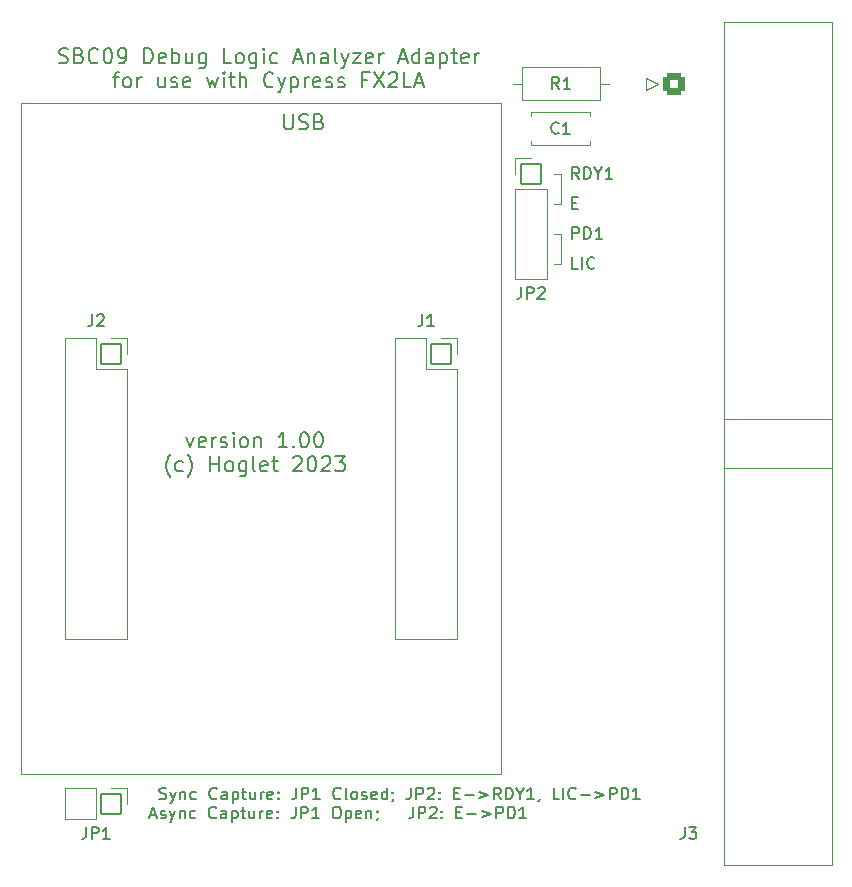
<source format=gto>
G04 #@! TF.GenerationSoftware,KiCad,Pcbnew,6.0.4-6f826c9f35~116~ubuntu18.04.1*
G04 #@! TF.CreationDate,2023-06-15T12:53:14+01:00*
G04 #@! TF.ProjectId,sbc09_debugger,73626330-395f-4646-9562-75676765722e,rev?*
G04 #@! TF.SameCoordinates,Original*
G04 #@! TF.FileFunction,Legend,Top*
G04 #@! TF.FilePolarity,Positive*
%FSLAX46Y46*%
G04 Gerber Fmt 4.6, Leading zero omitted, Abs format (unit mm)*
G04 Created by KiCad (PCBNEW 6.0.4-6f826c9f35~116~ubuntu18.04.1) date 2023-06-15 12:53:14*
%MOMM*%
%LPD*%
G01*
G04 APERTURE LIST*
G04 Aperture macros list*
%AMRoundRect*
0 Rectangle with rounded corners*
0 $1 Rounding radius*
0 $2 $3 $4 $5 $6 $7 $8 $9 X,Y pos of 4 corners*
0 Add a 4 corners polygon primitive as box body*
4,1,4,$2,$3,$4,$5,$6,$7,$8,$9,$2,$3,0*
0 Add four circle primitives for the rounded corners*
1,1,$1+$1,$2,$3*
1,1,$1+$1,$4,$5*
1,1,$1+$1,$6,$7*
1,1,$1+$1,$8,$9*
0 Add four rect primitives between the rounded corners*
20,1,$1+$1,$2,$3,$4,$5,0*
20,1,$1+$1,$4,$5,$6,$7,0*
20,1,$1+$1,$6,$7,$8,$9,0*
20,1,$1+$1,$8,$9,$2,$3,0*%
G04 Aperture macros list end*
%ADD10C,0.120000*%
%ADD11C,0.150000*%
%ADD12RoundRect,0.050800X-0.850000X-0.850000X0.850000X-0.850000X0.850000X0.850000X-0.850000X0.850000X0*%
%ADD13O,1.801600X1.801600*%
%ADD14RoundRect,0.050800X-0.850000X0.850000X-0.850000X-0.850000X0.850000X-0.850000X0.850000X0.850000X0*%
%ADD15C,1.701600*%
%ADD16RoundRect,0.300800X-0.600000X-0.600000X0.600000X-0.600000X0.600000X0.600000X-0.600000X0.600000X0*%
%ADD17C,1.801600*%
%ADD18O,1.701600X1.701600*%
G04 APERTURE END LIST*
D10*
X172720000Y-81280000D02*
X172085000Y-81280000D01*
X172720000Y-78740000D02*
X172720000Y-81280000D01*
X172720000Y-83820000D02*
X172720000Y-86360000D01*
X172720000Y-86360000D02*
X172085000Y-86360000D01*
X172085000Y-83820000D02*
X172720000Y-83820000D01*
X172085000Y-78740000D02*
X172720000Y-78740000D01*
X127000000Y-129540000D02*
X167640000Y-129540000D01*
X167640000Y-129540000D02*
X167640000Y-72771000D01*
X167640000Y-72771000D02*
X127000000Y-72771000D01*
X127000000Y-72771000D02*
X127000000Y-129540000D01*
D11*
X174166785Y-86812380D02*
X173690595Y-86812380D01*
X173690595Y-85812380D01*
X174500119Y-86812380D02*
X174500119Y-85812380D01*
X175547738Y-86717142D02*
X175500119Y-86764761D01*
X175357261Y-86812380D01*
X175262023Y-86812380D01*
X175119166Y-86764761D01*
X175023928Y-86669523D01*
X174976309Y-86574285D01*
X174928690Y-86383809D01*
X174928690Y-86240952D01*
X174976309Y-86050476D01*
X175023928Y-85955238D01*
X175119166Y-85860000D01*
X175262023Y-85812380D01*
X175357261Y-85812380D01*
X175500119Y-85860000D01*
X175547738Y-85907619D01*
X173690595Y-81208571D02*
X174023928Y-81208571D01*
X174166785Y-81732380D02*
X173690595Y-81732380D01*
X173690595Y-80732380D01*
X174166785Y-80732380D01*
X141006285Y-101067507D02*
X141308666Y-101914173D01*
X141611047Y-101067507D01*
X142578666Y-101853697D02*
X142457714Y-101914173D01*
X142215809Y-101914173D01*
X142094857Y-101853697D01*
X142034380Y-101732745D01*
X142034380Y-101248935D01*
X142094857Y-101127983D01*
X142215809Y-101067507D01*
X142457714Y-101067507D01*
X142578666Y-101127983D01*
X142639142Y-101248935D01*
X142639142Y-101369888D01*
X142034380Y-101490840D01*
X143183428Y-101914173D02*
X143183428Y-101067507D01*
X143183428Y-101309411D02*
X143243904Y-101188459D01*
X143304380Y-101127983D01*
X143425333Y-101067507D01*
X143546285Y-101067507D01*
X143909142Y-101853697D02*
X144030095Y-101914173D01*
X144272000Y-101914173D01*
X144392952Y-101853697D01*
X144453428Y-101732745D01*
X144453428Y-101672269D01*
X144392952Y-101551316D01*
X144272000Y-101490840D01*
X144090571Y-101490840D01*
X143969619Y-101430364D01*
X143909142Y-101309411D01*
X143909142Y-101248935D01*
X143969619Y-101127983D01*
X144090571Y-101067507D01*
X144272000Y-101067507D01*
X144392952Y-101127983D01*
X144997714Y-101914173D02*
X144997714Y-101067507D01*
X144997714Y-100644173D02*
X144937238Y-100704650D01*
X144997714Y-100765126D01*
X145058190Y-100704650D01*
X144997714Y-100644173D01*
X144997714Y-100765126D01*
X145783904Y-101914173D02*
X145662952Y-101853697D01*
X145602476Y-101793221D01*
X145542000Y-101672269D01*
X145542000Y-101309411D01*
X145602476Y-101188459D01*
X145662952Y-101127983D01*
X145783904Y-101067507D01*
X145965333Y-101067507D01*
X146086285Y-101127983D01*
X146146761Y-101188459D01*
X146207238Y-101309411D01*
X146207238Y-101672269D01*
X146146761Y-101793221D01*
X146086285Y-101853697D01*
X145965333Y-101914173D01*
X145783904Y-101914173D01*
X146751523Y-101067507D02*
X146751523Y-101914173D01*
X146751523Y-101188459D02*
X146812000Y-101127983D01*
X146932952Y-101067507D01*
X147114380Y-101067507D01*
X147235333Y-101127983D01*
X147295809Y-101248935D01*
X147295809Y-101914173D01*
X149533428Y-101914173D02*
X148807714Y-101914173D01*
X149170571Y-101914173D02*
X149170571Y-100644173D01*
X149049619Y-100825602D01*
X148928666Y-100946554D01*
X148807714Y-101007030D01*
X150077714Y-101793221D02*
X150138190Y-101853697D01*
X150077714Y-101914173D01*
X150017238Y-101853697D01*
X150077714Y-101793221D01*
X150077714Y-101914173D01*
X150924380Y-100644173D02*
X151045333Y-100644173D01*
X151166285Y-100704650D01*
X151226761Y-100765126D01*
X151287238Y-100886078D01*
X151347714Y-101127983D01*
X151347714Y-101430364D01*
X151287238Y-101672269D01*
X151226761Y-101793221D01*
X151166285Y-101853697D01*
X151045333Y-101914173D01*
X150924380Y-101914173D01*
X150803428Y-101853697D01*
X150742952Y-101793221D01*
X150682476Y-101672269D01*
X150622000Y-101430364D01*
X150622000Y-101127983D01*
X150682476Y-100886078D01*
X150742952Y-100765126D01*
X150803428Y-100704650D01*
X150924380Y-100644173D01*
X152133904Y-100644173D02*
X152254857Y-100644173D01*
X152375809Y-100704650D01*
X152436285Y-100765126D01*
X152496761Y-100886078D01*
X152557238Y-101127983D01*
X152557238Y-101430364D01*
X152496761Y-101672269D01*
X152436285Y-101793221D01*
X152375809Y-101853697D01*
X152254857Y-101914173D01*
X152133904Y-101914173D01*
X152012952Y-101853697D01*
X151952476Y-101793221D01*
X151892000Y-101672269D01*
X151831523Y-101430364D01*
X151831523Y-101127983D01*
X151892000Y-100886078D01*
X151952476Y-100765126D01*
X152012952Y-100704650D01*
X152133904Y-100644173D01*
X139645571Y-104442683D02*
X139585095Y-104382207D01*
X139464142Y-104200778D01*
X139403666Y-104079826D01*
X139343190Y-103898397D01*
X139282714Y-103596016D01*
X139282714Y-103354111D01*
X139343190Y-103051730D01*
X139403666Y-102870302D01*
X139464142Y-102749350D01*
X139585095Y-102567921D01*
X139645571Y-102507445D01*
X140673666Y-103898397D02*
X140552714Y-103958873D01*
X140310809Y-103958873D01*
X140189857Y-103898397D01*
X140129380Y-103837921D01*
X140068904Y-103716969D01*
X140068904Y-103354111D01*
X140129380Y-103233159D01*
X140189857Y-103172683D01*
X140310809Y-103112207D01*
X140552714Y-103112207D01*
X140673666Y-103172683D01*
X141097000Y-104442683D02*
X141157476Y-104382207D01*
X141278428Y-104200778D01*
X141338904Y-104079826D01*
X141399380Y-103898397D01*
X141459857Y-103596016D01*
X141459857Y-103354111D01*
X141399380Y-103051730D01*
X141338904Y-102870302D01*
X141278428Y-102749350D01*
X141157476Y-102567921D01*
X141097000Y-102507445D01*
X143032238Y-103958873D02*
X143032238Y-102688873D01*
X143032238Y-103293635D02*
X143757952Y-103293635D01*
X143757952Y-103958873D02*
X143757952Y-102688873D01*
X144544142Y-103958873D02*
X144423190Y-103898397D01*
X144362714Y-103837921D01*
X144302238Y-103716969D01*
X144302238Y-103354111D01*
X144362714Y-103233159D01*
X144423190Y-103172683D01*
X144544142Y-103112207D01*
X144725571Y-103112207D01*
X144846523Y-103172683D01*
X144907000Y-103233159D01*
X144967476Y-103354111D01*
X144967476Y-103716969D01*
X144907000Y-103837921D01*
X144846523Y-103898397D01*
X144725571Y-103958873D01*
X144544142Y-103958873D01*
X146056047Y-103112207D02*
X146056047Y-104140302D01*
X145995571Y-104261254D01*
X145935095Y-104321730D01*
X145814142Y-104382207D01*
X145632714Y-104382207D01*
X145511761Y-104321730D01*
X146056047Y-103898397D02*
X145935095Y-103958873D01*
X145693190Y-103958873D01*
X145572238Y-103898397D01*
X145511761Y-103837921D01*
X145451285Y-103716969D01*
X145451285Y-103354111D01*
X145511761Y-103233159D01*
X145572238Y-103172683D01*
X145693190Y-103112207D01*
X145935095Y-103112207D01*
X146056047Y-103172683D01*
X146842238Y-103958873D02*
X146721285Y-103898397D01*
X146660809Y-103777445D01*
X146660809Y-102688873D01*
X147809857Y-103898397D02*
X147688904Y-103958873D01*
X147447000Y-103958873D01*
X147326047Y-103898397D01*
X147265571Y-103777445D01*
X147265571Y-103293635D01*
X147326047Y-103172683D01*
X147447000Y-103112207D01*
X147688904Y-103112207D01*
X147809857Y-103172683D01*
X147870333Y-103293635D01*
X147870333Y-103414588D01*
X147265571Y-103535540D01*
X148233190Y-103112207D02*
X148717000Y-103112207D01*
X148414619Y-102688873D02*
X148414619Y-103777445D01*
X148475095Y-103898397D01*
X148596047Y-103958873D01*
X148717000Y-103958873D01*
X150047476Y-102809826D02*
X150107952Y-102749350D01*
X150228904Y-102688873D01*
X150531285Y-102688873D01*
X150652238Y-102749350D01*
X150712714Y-102809826D01*
X150773190Y-102930778D01*
X150773190Y-103051730D01*
X150712714Y-103233159D01*
X149987000Y-103958873D01*
X150773190Y-103958873D01*
X151559380Y-102688873D02*
X151680333Y-102688873D01*
X151801285Y-102749350D01*
X151861761Y-102809826D01*
X151922238Y-102930778D01*
X151982714Y-103172683D01*
X151982714Y-103475064D01*
X151922238Y-103716969D01*
X151861761Y-103837921D01*
X151801285Y-103898397D01*
X151680333Y-103958873D01*
X151559380Y-103958873D01*
X151438428Y-103898397D01*
X151377952Y-103837921D01*
X151317476Y-103716969D01*
X151257000Y-103475064D01*
X151257000Y-103172683D01*
X151317476Y-102930778D01*
X151377952Y-102809826D01*
X151438428Y-102749350D01*
X151559380Y-102688873D01*
X152466523Y-102809826D02*
X152527000Y-102749350D01*
X152647952Y-102688873D01*
X152950333Y-102688873D01*
X153071285Y-102749350D01*
X153131761Y-102809826D01*
X153192238Y-102930778D01*
X153192238Y-103051730D01*
X153131761Y-103233159D01*
X152406047Y-103958873D01*
X153192238Y-103958873D01*
X153615571Y-102688873D02*
X154401761Y-102688873D01*
X153978428Y-103172683D01*
X154159857Y-103172683D01*
X154280809Y-103233159D01*
X154341285Y-103293635D01*
X154401761Y-103414588D01*
X154401761Y-103716969D01*
X154341285Y-103837921D01*
X154280809Y-103898397D01*
X154159857Y-103958873D01*
X153797000Y-103958873D01*
X153676047Y-103898397D01*
X153615571Y-103837921D01*
X174262023Y-79192380D02*
X173928690Y-78716190D01*
X173690595Y-79192380D02*
X173690595Y-78192380D01*
X174071547Y-78192380D01*
X174166785Y-78240000D01*
X174214404Y-78287619D01*
X174262023Y-78382857D01*
X174262023Y-78525714D01*
X174214404Y-78620952D01*
X174166785Y-78668571D01*
X174071547Y-78716190D01*
X173690595Y-78716190D01*
X174690595Y-79192380D02*
X174690595Y-78192380D01*
X174928690Y-78192380D01*
X175071547Y-78240000D01*
X175166785Y-78335238D01*
X175214404Y-78430476D01*
X175262023Y-78620952D01*
X175262023Y-78763809D01*
X175214404Y-78954285D01*
X175166785Y-79049523D01*
X175071547Y-79144761D01*
X174928690Y-79192380D01*
X174690595Y-79192380D01*
X175881071Y-78716190D02*
X175881071Y-79192380D01*
X175547738Y-78192380D02*
X175881071Y-78716190D01*
X176214404Y-78192380D01*
X177071547Y-79192380D02*
X176500119Y-79192380D01*
X176785833Y-79192380D02*
X176785833Y-78192380D01*
X176690595Y-78335238D01*
X176595357Y-78430476D01*
X176500119Y-78478095D01*
X138717880Y-131679761D02*
X138860738Y-131727380D01*
X139098833Y-131727380D01*
X139194071Y-131679761D01*
X139241690Y-131632142D01*
X139289309Y-131536904D01*
X139289309Y-131441666D01*
X139241690Y-131346428D01*
X139194071Y-131298809D01*
X139098833Y-131251190D01*
X138908357Y-131203571D01*
X138813119Y-131155952D01*
X138765500Y-131108333D01*
X138717880Y-131013095D01*
X138717880Y-130917857D01*
X138765500Y-130822619D01*
X138813119Y-130775000D01*
X138908357Y-130727380D01*
X139146452Y-130727380D01*
X139289309Y-130775000D01*
X139622642Y-131060714D02*
X139860738Y-131727380D01*
X140098833Y-131060714D02*
X139860738Y-131727380D01*
X139765500Y-131965476D01*
X139717880Y-132013095D01*
X139622642Y-132060714D01*
X140479785Y-131060714D02*
X140479785Y-131727380D01*
X140479785Y-131155952D02*
X140527404Y-131108333D01*
X140622642Y-131060714D01*
X140765500Y-131060714D01*
X140860738Y-131108333D01*
X140908357Y-131203571D01*
X140908357Y-131727380D01*
X141813119Y-131679761D02*
X141717880Y-131727380D01*
X141527404Y-131727380D01*
X141432166Y-131679761D01*
X141384547Y-131632142D01*
X141336928Y-131536904D01*
X141336928Y-131251190D01*
X141384547Y-131155952D01*
X141432166Y-131108333D01*
X141527404Y-131060714D01*
X141717880Y-131060714D01*
X141813119Y-131108333D01*
X143575023Y-131632142D02*
X143527404Y-131679761D01*
X143384547Y-131727380D01*
X143289309Y-131727380D01*
X143146452Y-131679761D01*
X143051214Y-131584523D01*
X143003595Y-131489285D01*
X142955976Y-131298809D01*
X142955976Y-131155952D01*
X143003595Y-130965476D01*
X143051214Y-130870238D01*
X143146452Y-130775000D01*
X143289309Y-130727380D01*
X143384547Y-130727380D01*
X143527404Y-130775000D01*
X143575023Y-130822619D01*
X144432166Y-131727380D02*
X144432166Y-131203571D01*
X144384547Y-131108333D01*
X144289309Y-131060714D01*
X144098833Y-131060714D01*
X144003595Y-131108333D01*
X144432166Y-131679761D02*
X144336928Y-131727380D01*
X144098833Y-131727380D01*
X144003595Y-131679761D01*
X143955976Y-131584523D01*
X143955976Y-131489285D01*
X144003595Y-131394047D01*
X144098833Y-131346428D01*
X144336928Y-131346428D01*
X144432166Y-131298809D01*
X144908357Y-131060714D02*
X144908357Y-132060714D01*
X144908357Y-131108333D02*
X145003595Y-131060714D01*
X145194071Y-131060714D01*
X145289309Y-131108333D01*
X145336928Y-131155952D01*
X145384547Y-131251190D01*
X145384547Y-131536904D01*
X145336928Y-131632142D01*
X145289309Y-131679761D01*
X145194071Y-131727380D01*
X145003595Y-131727380D01*
X144908357Y-131679761D01*
X145670261Y-131060714D02*
X146051214Y-131060714D01*
X145813119Y-130727380D02*
X145813119Y-131584523D01*
X145860738Y-131679761D01*
X145955976Y-131727380D01*
X146051214Y-131727380D01*
X146813119Y-131060714D02*
X146813119Y-131727380D01*
X146384547Y-131060714D02*
X146384547Y-131584523D01*
X146432166Y-131679761D01*
X146527404Y-131727380D01*
X146670261Y-131727380D01*
X146765500Y-131679761D01*
X146813119Y-131632142D01*
X147289309Y-131727380D02*
X147289309Y-131060714D01*
X147289309Y-131251190D02*
X147336928Y-131155952D01*
X147384547Y-131108333D01*
X147479785Y-131060714D01*
X147575023Y-131060714D01*
X148289309Y-131679761D02*
X148194071Y-131727380D01*
X148003595Y-131727380D01*
X147908357Y-131679761D01*
X147860738Y-131584523D01*
X147860738Y-131203571D01*
X147908357Y-131108333D01*
X148003595Y-131060714D01*
X148194071Y-131060714D01*
X148289309Y-131108333D01*
X148336928Y-131203571D01*
X148336928Y-131298809D01*
X147860738Y-131394047D01*
X148765500Y-131632142D02*
X148813119Y-131679761D01*
X148765500Y-131727380D01*
X148717880Y-131679761D01*
X148765500Y-131632142D01*
X148765500Y-131727380D01*
X148765500Y-131108333D02*
X148813119Y-131155952D01*
X148765500Y-131203571D01*
X148717880Y-131155952D01*
X148765500Y-131108333D01*
X148765500Y-131203571D01*
X150289309Y-130727380D02*
X150289309Y-131441666D01*
X150241690Y-131584523D01*
X150146452Y-131679761D01*
X150003595Y-131727380D01*
X149908357Y-131727380D01*
X150765500Y-131727380D02*
X150765500Y-130727380D01*
X151146452Y-130727380D01*
X151241690Y-130775000D01*
X151289309Y-130822619D01*
X151336928Y-130917857D01*
X151336928Y-131060714D01*
X151289309Y-131155952D01*
X151241690Y-131203571D01*
X151146452Y-131251190D01*
X150765500Y-131251190D01*
X152289309Y-131727380D02*
X151717880Y-131727380D01*
X152003595Y-131727380D02*
X152003595Y-130727380D01*
X151908357Y-130870238D01*
X151813119Y-130965476D01*
X151717880Y-131013095D01*
X154051214Y-131632142D02*
X154003595Y-131679761D01*
X153860738Y-131727380D01*
X153765500Y-131727380D01*
X153622642Y-131679761D01*
X153527404Y-131584523D01*
X153479785Y-131489285D01*
X153432166Y-131298809D01*
X153432166Y-131155952D01*
X153479785Y-130965476D01*
X153527404Y-130870238D01*
X153622642Y-130775000D01*
X153765500Y-130727380D01*
X153860738Y-130727380D01*
X154003595Y-130775000D01*
X154051214Y-130822619D01*
X154622642Y-131727380D02*
X154527404Y-131679761D01*
X154479785Y-131584523D01*
X154479785Y-130727380D01*
X155146452Y-131727380D02*
X155051214Y-131679761D01*
X155003595Y-131632142D01*
X154955976Y-131536904D01*
X154955976Y-131251190D01*
X155003595Y-131155952D01*
X155051214Y-131108333D01*
X155146452Y-131060714D01*
X155289309Y-131060714D01*
X155384547Y-131108333D01*
X155432166Y-131155952D01*
X155479785Y-131251190D01*
X155479785Y-131536904D01*
X155432166Y-131632142D01*
X155384547Y-131679761D01*
X155289309Y-131727380D01*
X155146452Y-131727380D01*
X155860738Y-131679761D02*
X155955976Y-131727380D01*
X156146452Y-131727380D01*
X156241690Y-131679761D01*
X156289309Y-131584523D01*
X156289309Y-131536904D01*
X156241690Y-131441666D01*
X156146452Y-131394047D01*
X156003595Y-131394047D01*
X155908357Y-131346428D01*
X155860738Y-131251190D01*
X155860738Y-131203571D01*
X155908357Y-131108333D01*
X156003595Y-131060714D01*
X156146452Y-131060714D01*
X156241690Y-131108333D01*
X157098833Y-131679761D02*
X157003595Y-131727380D01*
X156813119Y-131727380D01*
X156717880Y-131679761D01*
X156670261Y-131584523D01*
X156670261Y-131203571D01*
X156717880Y-131108333D01*
X156813119Y-131060714D01*
X157003595Y-131060714D01*
X157098833Y-131108333D01*
X157146452Y-131203571D01*
X157146452Y-131298809D01*
X156670261Y-131394047D01*
X158003595Y-131727380D02*
X158003595Y-130727380D01*
X158003595Y-131679761D02*
X157908357Y-131727380D01*
X157717880Y-131727380D01*
X157622642Y-131679761D01*
X157575023Y-131632142D01*
X157527404Y-131536904D01*
X157527404Y-131251190D01*
X157575023Y-131155952D01*
X157622642Y-131108333D01*
X157717880Y-131060714D01*
X157908357Y-131060714D01*
X158003595Y-131108333D01*
X158527404Y-131679761D02*
X158527404Y-131727380D01*
X158479785Y-131822619D01*
X158432166Y-131870238D01*
X158479785Y-131108333D02*
X158527404Y-131155952D01*
X158479785Y-131203571D01*
X158432166Y-131155952D01*
X158479785Y-131108333D01*
X158479785Y-131203571D01*
X160003595Y-130727380D02*
X160003595Y-131441666D01*
X159955976Y-131584523D01*
X159860738Y-131679761D01*
X159717880Y-131727380D01*
X159622642Y-131727380D01*
X160479785Y-131727380D02*
X160479785Y-130727380D01*
X160860738Y-130727380D01*
X160955976Y-130775000D01*
X161003595Y-130822619D01*
X161051214Y-130917857D01*
X161051214Y-131060714D01*
X161003595Y-131155952D01*
X160955976Y-131203571D01*
X160860738Y-131251190D01*
X160479785Y-131251190D01*
X161432166Y-130822619D02*
X161479785Y-130775000D01*
X161575023Y-130727380D01*
X161813119Y-130727380D01*
X161908357Y-130775000D01*
X161955976Y-130822619D01*
X162003595Y-130917857D01*
X162003595Y-131013095D01*
X161955976Y-131155952D01*
X161384547Y-131727380D01*
X162003595Y-131727380D01*
X162432166Y-131632142D02*
X162479785Y-131679761D01*
X162432166Y-131727380D01*
X162384547Y-131679761D01*
X162432166Y-131632142D01*
X162432166Y-131727380D01*
X162432166Y-131108333D02*
X162479785Y-131155952D01*
X162432166Y-131203571D01*
X162384547Y-131155952D01*
X162432166Y-131108333D01*
X162432166Y-131203571D01*
X163670261Y-131203571D02*
X164003595Y-131203571D01*
X164146452Y-131727380D02*
X163670261Y-131727380D01*
X163670261Y-130727380D01*
X164146452Y-130727380D01*
X164575023Y-131346428D02*
X165336928Y-131346428D01*
X165813119Y-131060714D02*
X166575023Y-131346428D01*
X165813119Y-131632142D01*
X167622642Y-131727380D02*
X167289309Y-131251190D01*
X167051214Y-131727380D02*
X167051214Y-130727380D01*
X167432166Y-130727380D01*
X167527404Y-130775000D01*
X167575023Y-130822619D01*
X167622642Y-130917857D01*
X167622642Y-131060714D01*
X167575023Y-131155952D01*
X167527404Y-131203571D01*
X167432166Y-131251190D01*
X167051214Y-131251190D01*
X168051214Y-131727380D02*
X168051214Y-130727380D01*
X168289309Y-130727380D01*
X168432166Y-130775000D01*
X168527404Y-130870238D01*
X168575023Y-130965476D01*
X168622642Y-131155952D01*
X168622642Y-131298809D01*
X168575023Y-131489285D01*
X168527404Y-131584523D01*
X168432166Y-131679761D01*
X168289309Y-131727380D01*
X168051214Y-131727380D01*
X169241690Y-131251190D02*
X169241690Y-131727380D01*
X168908357Y-130727380D02*
X169241690Y-131251190D01*
X169575023Y-130727380D01*
X170432166Y-131727380D02*
X169860738Y-131727380D01*
X170146452Y-131727380D02*
X170146452Y-130727380D01*
X170051214Y-130870238D01*
X169955976Y-130965476D01*
X169860738Y-131013095D01*
X170908357Y-131679761D02*
X170908357Y-131727380D01*
X170860738Y-131822619D01*
X170813119Y-131870238D01*
X172575023Y-131727380D02*
X172098833Y-131727380D01*
X172098833Y-130727380D01*
X172908357Y-131727380D02*
X172908357Y-130727380D01*
X173955976Y-131632142D02*
X173908357Y-131679761D01*
X173765500Y-131727380D01*
X173670261Y-131727380D01*
X173527404Y-131679761D01*
X173432166Y-131584523D01*
X173384547Y-131489285D01*
X173336928Y-131298809D01*
X173336928Y-131155952D01*
X173384547Y-130965476D01*
X173432166Y-130870238D01*
X173527404Y-130775000D01*
X173670261Y-130727380D01*
X173765500Y-130727380D01*
X173908357Y-130775000D01*
X173955976Y-130822619D01*
X174384547Y-131346428D02*
X175146452Y-131346428D01*
X175622642Y-131060714D02*
X176384547Y-131346428D01*
X175622642Y-131632142D01*
X176860738Y-131727380D02*
X176860738Y-130727380D01*
X177241690Y-130727380D01*
X177336928Y-130775000D01*
X177384547Y-130822619D01*
X177432166Y-130917857D01*
X177432166Y-131060714D01*
X177384547Y-131155952D01*
X177336928Y-131203571D01*
X177241690Y-131251190D01*
X176860738Y-131251190D01*
X177860738Y-131727380D02*
X177860738Y-130727380D01*
X178098833Y-130727380D01*
X178241690Y-130775000D01*
X178336928Y-130870238D01*
X178384547Y-130965476D01*
X178432166Y-131155952D01*
X178432166Y-131298809D01*
X178384547Y-131489285D01*
X178336928Y-131584523D01*
X178241690Y-131679761D01*
X178098833Y-131727380D01*
X177860738Y-131727380D01*
X179384547Y-131727380D02*
X178813119Y-131727380D01*
X179098833Y-131727380D02*
X179098833Y-130727380D01*
X179003595Y-130870238D01*
X178908357Y-130965476D01*
X178813119Y-131013095D01*
X137955976Y-133051666D02*
X138432166Y-133051666D01*
X137860738Y-133337380D02*
X138194071Y-132337380D01*
X138527404Y-133337380D01*
X138813119Y-133289761D02*
X138908357Y-133337380D01*
X139098833Y-133337380D01*
X139194071Y-133289761D01*
X139241690Y-133194523D01*
X139241690Y-133146904D01*
X139194071Y-133051666D01*
X139098833Y-133004047D01*
X138955976Y-133004047D01*
X138860738Y-132956428D01*
X138813119Y-132861190D01*
X138813119Y-132813571D01*
X138860738Y-132718333D01*
X138955976Y-132670714D01*
X139098833Y-132670714D01*
X139194071Y-132718333D01*
X139575023Y-132670714D02*
X139813119Y-133337380D01*
X140051214Y-132670714D02*
X139813119Y-133337380D01*
X139717880Y-133575476D01*
X139670261Y-133623095D01*
X139575023Y-133670714D01*
X140432166Y-132670714D02*
X140432166Y-133337380D01*
X140432166Y-132765952D02*
X140479785Y-132718333D01*
X140575023Y-132670714D01*
X140717880Y-132670714D01*
X140813119Y-132718333D01*
X140860738Y-132813571D01*
X140860738Y-133337380D01*
X141765500Y-133289761D02*
X141670261Y-133337380D01*
X141479785Y-133337380D01*
X141384547Y-133289761D01*
X141336928Y-133242142D01*
X141289309Y-133146904D01*
X141289309Y-132861190D01*
X141336928Y-132765952D01*
X141384547Y-132718333D01*
X141479785Y-132670714D01*
X141670261Y-132670714D01*
X141765500Y-132718333D01*
X143527404Y-133242142D02*
X143479785Y-133289761D01*
X143336928Y-133337380D01*
X143241690Y-133337380D01*
X143098833Y-133289761D01*
X143003595Y-133194523D01*
X142955976Y-133099285D01*
X142908357Y-132908809D01*
X142908357Y-132765952D01*
X142955976Y-132575476D01*
X143003595Y-132480238D01*
X143098833Y-132385000D01*
X143241690Y-132337380D01*
X143336928Y-132337380D01*
X143479785Y-132385000D01*
X143527404Y-132432619D01*
X144384547Y-133337380D02*
X144384547Y-132813571D01*
X144336928Y-132718333D01*
X144241690Y-132670714D01*
X144051214Y-132670714D01*
X143955976Y-132718333D01*
X144384547Y-133289761D02*
X144289309Y-133337380D01*
X144051214Y-133337380D01*
X143955976Y-133289761D01*
X143908357Y-133194523D01*
X143908357Y-133099285D01*
X143955976Y-133004047D01*
X144051214Y-132956428D01*
X144289309Y-132956428D01*
X144384547Y-132908809D01*
X144860738Y-132670714D02*
X144860738Y-133670714D01*
X144860738Y-132718333D02*
X144955976Y-132670714D01*
X145146452Y-132670714D01*
X145241690Y-132718333D01*
X145289309Y-132765952D01*
X145336928Y-132861190D01*
X145336928Y-133146904D01*
X145289309Y-133242142D01*
X145241690Y-133289761D01*
X145146452Y-133337380D01*
X144955976Y-133337380D01*
X144860738Y-133289761D01*
X145622642Y-132670714D02*
X146003595Y-132670714D01*
X145765500Y-132337380D02*
X145765500Y-133194523D01*
X145813119Y-133289761D01*
X145908357Y-133337380D01*
X146003595Y-133337380D01*
X146765500Y-132670714D02*
X146765500Y-133337380D01*
X146336928Y-132670714D02*
X146336928Y-133194523D01*
X146384547Y-133289761D01*
X146479785Y-133337380D01*
X146622642Y-133337380D01*
X146717880Y-133289761D01*
X146765500Y-133242142D01*
X147241690Y-133337380D02*
X147241690Y-132670714D01*
X147241690Y-132861190D02*
X147289309Y-132765952D01*
X147336928Y-132718333D01*
X147432166Y-132670714D01*
X147527404Y-132670714D01*
X148241690Y-133289761D02*
X148146452Y-133337380D01*
X147955976Y-133337380D01*
X147860738Y-133289761D01*
X147813119Y-133194523D01*
X147813119Y-132813571D01*
X147860738Y-132718333D01*
X147955976Y-132670714D01*
X148146452Y-132670714D01*
X148241690Y-132718333D01*
X148289309Y-132813571D01*
X148289309Y-132908809D01*
X147813119Y-133004047D01*
X148717880Y-133242142D02*
X148765500Y-133289761D01*
X148717880Y-133337380D01*
X148670261Y-133289761D01*
X148717880Y-133242142D01*
X148717880Y-133337380D01*
X148717880Y-132718333D02*
X148765500Y-132765952D01*
X148717880Y-132813571D01*
X148670261Y-132765952D01*
X148717880Y-132718333D01*
X148717880Y-132813571D01*
X150241690Y-132337380D02*
X150241690Y-133051666D01*
X150194071Y-133194523D01*
X150098833Y-133289761D01*
X149955976Y-133337380D01*
X149860738Y-133337380D01*
X150717880Y-133337380D02*
X150717880Y-132337380D01*
X151098833Y-132337380D01*
X151194071Y-132385000D01*
X151241690Y-132432619D01*
X151289309Y-132527857D01*
X151289309Y-132670714D01*
X151241690Y-132765952D01*
X151194071Y-132813571D01*
X151098833Y-132861190D01*
X150717880Y-132861190D01*
X152241690Y-133337380D02*
X151670261Y-133337380D01*
X151955976Y-133337380D02*
X151955976Y-132337380D01*
X151860738Y-132480238D01*
X151765500Y-132575476D01*
X151670261Y-132623095D01*
X153622642Y-132337380D02*
X153813119Y-132337380D01*
X153908357Y-132385000D01*
X154003595Y-132480238D01*
X154051214Y-132670714D01*
X154051214Y-133004047D01*
X154003595Y-133194523D01*
X153908357Y-133289761D01*
X153813119Y-133337380D01*
X153622642Y-133337380D01*
X153527404Y-133289761D01*
X153432166Y-133194523D01*
X153384547Y-133004047D01*
X153384547Y-132670714D01*
X153432166Y-132480238D01*
X153527404Y-132385000D01*
X153622642Y-132337380D01*
X154479785Y-132670714D02*
X154479785Y-133670714D01*
X154479785Y-132718333D02*
X154575023Y-132670714D01*
X154765500Y-132670714D01*
X154860738Y-132718333D01*
X154908357Y-132765952D01*
X154955976Y-132861190D01*
X154955976Y-133146904D01*
X154908357Y-133242142D01*
X154860738Y-133289761D01*
X154765500Y-133337380D01*
X154575023Y-133337380D01*
X154479785Y-133289761D01*
X155765500Y-133289761D02*
X155670261Y-133337380D01*
X155479785Y-133337380D01*
X155384547Y-133289761D01*
X155336928Y-133194523D01*
X155336928Y-132813571D01*
X155384547Y-132718333D01*
X155479785Y-132670714D01*
X155670261Y-132670714D01*
X155765500Y-132718333D01*
X155813119Y-132813571D01*
X155813119Y-132908809D01*
X155336928Y-133004047D01*
X156241690Y-132670714D02*
X156241690Y-133337380D01*
X156241690Y-132765952D02*
X156289309Y-132718333D01*
X156384547Y-132670714D01*
X156527404Y-132670714D01*
X156622642Y-132718333D01*
X156670261Y-132813571D01*
X156670261Y-133337380D01*
X157194071Y-133289761D02*
X157194071Y-133337380D01*
X157146452Y-133432619D01*
X157098833Y-133480238D01*
X157146452Y-132718333D02*
X157194071Y-132765952D01*
X157146452Y-132813571D01*
X157098833Y-132765952D01*
X157146452Y-132718333D01*
X157146452Y-132813571D01*
X160194071Y-132337380D02*
X160194071Y-133051666D01*
X160146452Y-133194523D01*
X160051214Y-133289761D01*
X159908357Y-133337380D01*
X159813119Y-133337380D01*
X160670261Y-133337380D02*
X160670261Y-132337380D01*
X161051214Y-132337380D01*
X161146452Y-132385000D01*
X161194071Y-132432619D01*
X161241690Y-132527857D01*
X161241690Y-132670714D01*
X161194071Y-132765952D01*
X161146452Y-132813571D01*
X161051214Y-132861190D01*
X160670261Y-132861190D01*
X161622642Y-132432619D02*
X161670261Y-132385000D01*
X161765500Y-132337380D01*
X162003595Y-132337380D01*
X162098833Y-132385000D01*
X162146452Y-132432619D01*
X162194071Y-132527857D01*
X162194071Y-132623095D01*
X162146452Y-132765952D01*
X161575023Y-133337380D01*
X162194071Y-133337380D01*
X162622642Y-133242142D02*
X162670261Y-133289761D01*
X162622642Y-133337380D01*
X162575023Y-133289761D01*
X162622642Y-133242142D01*
X162622642Y-133337380D01*
X162622642Y-132718333D02*
X162670261Y-132765952D01*
X162622642Y-132813571D01*
X162575023Y-132765952D01*
X162622642Y-132718333D01*
X162622642Y-132813571D01*
X163860738Y-132813571D02*
X164194071Y-132813571D01*
X164336928Y-133337380D02*
X163860738Y-133337380D01*
X163860738Y-132337380D01*
X164336928Y-132337380D01*
X164765500Y-132956428D02*
X165527404Y-132956428D01*
X166003595Y-132670714D02*
X166765500Y-132956428D01*
X166003595Y-133242142D01*
X167241690Y-133337380D02*
X167241690Y-132337380D01*
X167622642Y-132337380D01*
X167717880Y-132385000D01*
X167765500Y-132432619D01*
X167813119Y-132527857D01*
X167813119Y-132670714D01*
X167765500Y-132765952D01*
X167717880Y-132813571D01*
X167622642Y-132861190D01*
X167241690Y-132861190D01*
X168241690Y-133337380D02*
X168241690Y-132337380D01*
X168479785Y-132337380D01*
X168622642Y-132385000D01*
X168717880Y-132480238D01*
X168765500Y-132575476D01*
X168813119Y-132765952D01*
X168813119Y-132908809D01*
X168765500Y-133099285D01*
X168717880Y-133194523D01*
X168622642Y-133289761D01*
X168479785Y-133337380D01*
X168241690Y-133337380D01*
X169765500Y-133337380D02*
X169194071Y-133337380D01*
X169479785Y-133337380D02*
X169479785Y-132337380D01*
X169384547Y-132480238D01*
X169289309Y-132575476D01*
X169194071Y-132623095D01*
X130235476Y-69341697D02*
X130416904Y-69402173D01*
X130719285Y-69402173D01*
X130840238Y-69341697D01*
X130900714Y-69281221D01*
X130961190Y-69160269D01*
X130961190Y-69039316D01*
X130900714Y-68918364D01*
X130840238Y-68857888D01*
X130719285Y-68797411D01*
X130477380Y-68736935D01*
X130356428Y-68676459D01*
X130295952Y-68615983D01*
X130235476Y-68495030D01*
X130235476Y-68374078D01*
X130295952Y-68253126D01*
X130356428Y-68192650D01*
X130477380Y-68132173D01*
X130779761Y-68132173D01*
X130961190Y-68192650D01*
X131928809Y-68736935D02*
X132110238Y-68797411D01*
X132170714Y-68857888D01*
X132231190Y-68978840D01*
X132231190Y-69160269D01*
X132170714Y-69281221D01*
X132110238Y-69341697D01*
X131989285Y-69402173D01*
X131505476Y-69402173D01*
X131505476Y-68132173D01*
X131928809Y-68132173D01*
X132049761Y-68192650D01*
X132110238Y-68253126D01*
X132170714Y-68374078D01*
X132170714Y-68495030D01*
X132110238Y-68615983D01*
X132049761Y-68676459D01*
X131928809Y-68736935D01*
X131505476Y-68736935D01*
X133501190Y-69281221D02*
X133440714Y-69341697D01*
X133259285Y-69402173D01*
X133138333Y-69402173D01*
X132956904Y-69341697D01*
X132835952Y-69220745D01*
X132775476Y-69099792D01*
X132714999Y-68857888D01*
X132714999Y-68676459D01*
X132775476Y-68434554D01*
X132835952Y-68313602D01*
X132956904Y-68192650D01*
X133138333Y-68132173D01*
X133259285Y-68132173D01*
X133440714Y-68192650D01*
X133501190Y-68253126D01*
X134287380Y-68132173D02*
X134408333Y-68132173D01*
X134529285Y-68192650D01*
X134589761Y-68253126D01*
X134650238Y-68374078D01*
X134710714Y-68615983D01*
X134710714Y-68918364D01*
X134650238Y-69160269D01*
X134589761Y-69281221D01*
X134529285Y-69341697D01*
X134408333Y-69402173D01*
X134287380Y-69402173D01*
X134166428Y-69341697D01*
X134105952Y-69281221D01*
X134045476Y-69160269D01*
X133984999Y-68918364D01*
X133984999Y-68615983D01*
X134045476Y-68374078D01*
X134105952Y-68253126D01*
X134166428Y-68192650D01*
X134287380Y-68132173D01*
X135315476Y-69402173D02*
X135557380Y-69402173D01*
X135678333Y-69341697D01*
X135738809Y-69281221D01*
X135859761Y-69099792D01*
X135920238Y-68857888D01*
X135920238Y-68374078D01*
X135859761Y-68253126D01*
X135799285Y-68192650D01*
X135678333Y-68132173D01*
X135436428Y-68132173D01*
X135315476Y-68192650D01*
X135255000Y-68253126D01*
X135194523Y-68374078D01*
X135194523Y-68676459D01*
X135255000Y-68797411D01*
X135315476Y-68857888D01*
X135436428Y-68918364D01*
X135678333Y-68918364D01*
X135799285Y-68857888D01*
X135859761Y-68797411D01*
X135920238Y-68676459D01*
X137432142Y-69402173D02*
X137432142Y-68132173D01*
X137734523Y-68132173D01*
X137915952Y-68192650D01*
X138036904Y-68313602D01*
X138097380Y-68434554D01*
X138157857Y-68676459D01*
X138157857Y-68857888D01*
X138097380Y-69099792D01*
X138036904Y-69220745D01*
X137915952Y-69341697D01*
X137734523Y-69402173D01*
X137432142Y-69402173D01*
X139185952Y-69341697D02*
X139065000Y-69402173D01*
X138823095Y-69402173D01*
X138702142Y-69341697D01*
X138641666Y-69220745D01*
X138641666Y-68736935D01*
X138702142Y-68615983D01*
X138823095Y-68555507D01*
X139065000Y-68555507D01*
X139185952Y-68615983D01*
X139246428Y-68736935D01*
X139246428Y-68857888D01*
X138641666Y-68978840D01*
X139790714Y-69402173D02*
X139790714Y-68132173D01*
X139790714Y-68615983D02*
X139911666Y-68555507D01*
X140153571Y-68555507D01*
X140274523Y-68615983D01*
X140335000Y-68676459D01*
X140395476Y-68797411D01*
X140395476Y-69160269D01*
X140335000Y-69281221D01*
X140274523Y-69341697D01*
X140153571Y-69402173D01*
X139911666Y-69402173D01*
X139790714Y-69341697D01*
X141484047Y-68555507D02*
X141484047Y-69402173D01*
X140939761Y-68555507D02*
X140939761Y-69220745D01*
X141000238Y-69341697D01*
X141121190Y-69402173D01*
X141302619Y-69402173D01*
X141423571Y-69341697D01*
X141484047Y-69281221D01*
X142633095Y-68555507D02*
X142633095Y-69583602D01*
X142572619Y-69704554D01*
X142512142Y-69765030D01*
X142391190Y-69825507D01*
X142209761Y-69825507D01*
X142088809Y-69765030D01*
X142633095Y-69341697D02*
X142512142Y-69402173D01*
X142270238Y-69402173D01*
X142149285Y-69341697D01*
X142088809Y-69281221D01*
X142028333Y-69160269D01*
X142028333Y-68797411D01*
X142088809Y-68676459D01*
X142149285Y-68615983D01*
X142270238Y-68555507D01*
X142512142Y-68555507D01*
X142633095Y-68615983D01*
X144810238Y-69402173D02*
X144205476Y-69402173D01*
X144205476Y-68132173D01*
X145415000Y-69402173D02*
X145294047Y-69341697D01*
X145233571Y-69281221D01*
X145173095Y-69160269D01*
X145173095Y-68797411D01*
X145233571Y-68676459D01*
X145294047Y-68615983D01*
X145415000Y-68555507D01*
X145596428Y-68555507D01*
X145717380Y-68615983D01*
X145777857Y-68676459D01*
X145838333Y-68797411D01*
X145838333Y-69160269D01*
X145777857Y-69281221D01*
X145717380Y-69341697D01*
X145596428Y-69402173D01*
X145415000Y-69402173D01*
X146926904Y-68555507D02*
X146926904Y-69583602D01*
X146866428Y-69704554D01*
X146805952Y-69765030D01*
X146685000Y-69825507D01*
X146503571Y-69825507D01*
X146382619Y-69765030D01*
X146926904Y-69341697D02*
X146805952Y-69402173D01*
X146564047Y-69402173D01*
X146443095Y-69341697D01*
X146382619Y-69281221D01*
X146322142Y-69160269D01*
X146322142Y-68797411D01*
X146382619Y-68676459D01*
X146443095Y-68615983D01*
X146564047Y-68555507D01*
X146805952Y-68555507D01*
X146926904Y-68615983D01*
X147531666Y-69402173D02*
X147531666Y-68555507D01*
X147531666Y-68132173D02*
X147471190Y-68192650D01*
X147531666Y-68253126D01*
X147592142Y-68192650D01*
X147531666Y-68132173D01*
X147531666Y-68253126D01*
X148680714Y-69341697D02*
X148559761Y-69402173D01*
X148317857Y-69402173D01*
X148196904Y-69341697D01*
X148136428Y-69281221D01*
X148075952Y-69160269D01*
X148075952Y-68797411D01*
X148136428Y-68676459D01*
X148196904Y-68615983D01*
X148317857Y-68555507D01*
X148559761Y-68555507D01*
X148680714Y-68615983D01*
X150132142Y-69039316D02*
X150736904Y-69039316D01*
X150011190Y-69402173D02*
X150434523Y-68132173D01*
X150857857Y-69402173D01*
X151281190Y-68555507D02*
X151281190Y-69402173D01*
X151281190Y-68676459D02*
X151341666Y-68615983D01*
X151462619Y-68555507D01*
X151644047Y-68555507D01*
X151765000Y-68615983D01*
X151825476Y-68736935D01*
X151825476Y-69402173D01*
X152974523Y-69402173D02*
X152974523Y-68736935D01*
X152914047Y-68615983D01*
X152793095Y-68555507D01*
X152551190Y-68555507D01*
X152430238Y-68615983D01*
X152974523Y-69341697D02*
X152853571Y-69402173D01*
X152551190Y-69402173D01*
X152430238Y-69341697D01*
X152369761Y-69220745D01*
X152369761Y-69099792D01*
X152430238Y-68978840D01*
X152551190Y-68918364D01*
X152853571Y-68918364D01*
X152974523Y-68857888D01*
X153760714Y-69402173D02*
X153639761Y-69341697D01*
X153579285Y-69220745D01*
X153579285Y-68132173D01*
X154123571Y-68555507D02*
X154425952Y-69402173D01*
X154728333Y-68555507D02*
X154425952Y-69402173D01*
X154305000Y-69704554D01*
X154244523Y-69765030D01*
X154123571Y-69825507D01*
X155091190Y-68555507D02*
X155756428Y-68555507D01*
X155091190Y-69402173D01*
X155756428Y-69402173D01*
X156724047Y-69341697D02*
X156603095Y-69402173D01*
X156361190Y-69402173D01*
X156240238Y-69341697D01*
X156179761Y-69220745D01*
X156179761Y-68736935D01*
X156240238Y-68615983D01*
X156361190Y-68555507D01*
X156603095Y-68555507D01*
X156724047Y-68615983D01*
X156784523Y-68736935D01*
X156784523Y-68857888D01*
X156179761Y-68978840D01*
X157328809Y-69402173D02*
X157328809Y-68555507D01*
X157328809Y-68797411D02*
X157389285Y-68676459D01*
X157449761Y-68615983D01*
X157570714Y-68555507D01*
X157691666Y-68555507D01*
X159022142Y-69039316D02*
X159626904Y-69039316D01*
X158901190Y-69402173D02*
X159324523Y-68132173D01*
X159747857Y-69402173D01*
X160715476Y-69402173D02*
X160715476Y-68132173D01*
X160715476Y-69341697D02*
X160594523Y-69402173D01*
X160352619Y-69402173D01*
X160231666Y-69341697D01*
X160171190Y-69281221D01*
X160110714Y-69160269D01*
X160110714Y-68797411D01*
X160171190Y-68676459D01*
X160231666Y-68615983D01*
X160352619Y-68555507D01*
X160594523Y-68555507D01*
X160715476Y-68615983D01*
X161864523Y-69402173D02*
X161864523Y-68736935D01*
X161804047Y-68615983D01*
X161683095Y-68555507D01*
X161441190Y-68555507D01*
X161320238Y-68615983D01*
X161864523Y-69341697D02*
X161743571Y-69402173D01*
X161441190Y-69402173D01*
X161320238Y-69341697D01*
X161259761Y-69220745D01*
X161259761Y-69099792D01*
X161320238Y-68978840D01*
X161441190Y-68918364D01*
X161743571Y-68918364D01*
X161864523Y-68857888D01*
X162469285Y-68555507D02*
X162469285Y-69825507D01*
X162469285Y-68615983D02*
X162590238Y-68555507D01*
X162832142Y-68555507D01*
X162953095Y-68615983D01*
X163013571Y-68676459D01*
X163074047Y-68797411D01*
X163074047Y-69160269D01*
X163013571Y-69281221D01*
X162953095Y-69341697D01*
X162832142Y-69402173D01*
X162590238Y-69402173D01*
X162469285Y-69341697D01*
X163436904Y-68555507D02*
X163920714Y-68555507D01*
X163618333Y-68132173D02*
X163618333Y-69220745D01*
X163678809Y-69341697D01*
X163799761Y-69402173D01*
X163920714Y-69402173D01*
X164827857Y-69341697D02*
X164706904Y-69402173D01*
X164465000Y-69402173D01*
X164344047Y-69341697D01*
X164283571Y-69220745D01*
X164283571Y-68736935D01*
X164344047Y-68615983D01*
X164465000Y-68555507D01*
X164706904Y-68555507D01*
X164827857Y-68615983D01*
X164888333Y-68736935D01*
X164888333Y-68857888D01*
X164283571Y-68978840D01*
X165432619Y-69402173D02*
X165432619Y-68555507D01*
X165432619Y-68797411D02*
X165493095Y-68676459D01*
X165553571Y-68615983D01*
X165674523Y-68555507D01*
X165795476Y-68555507D01*
X134801428Y-70600207D02*
X135285238Y-70600207D01*
X134982857Y-71446873D02*
X134982857Y-70358302D01*
X135043333Y-70237350D01*
X135164285Y-70176873D01*
X135285238Y-70176873D01*
X135890000Y-71446873D02*
X135769047Y-71386397D01*
X135708571Y-71325921D01*
X135648095Y-71204969D01*
X135648095Y-70842111D01*
X135708571Y-70721159D01*
X135769047Y-70660683D01*
X135890000Y-70600207D01*
X136071428Y-70600207D01*
X136192380Y-70660683D01*
X136252857Y-70721159D01*
X136313333Y-70842111D01*
X136313333Y-71204969D01*
X136252857Y-71325921D01*
X136192380Y-71386397D01*
X136071428Y-71446873D01*
X135890000Y-71446873D01*
X136857619Y-71446873D02*
X136857619Y-70600207D01*
X136857619Y-70842111D02*
X136918095Y-70721159D01*
X136978571Y-70660683D01*
X137099523Y-70600207D01*
X137220476Y-70600207D01*
X139155714Y-70600207D02*
X139155714Y-71446873D01*
X138611428Y-70600207D02*
X138611428Y-71265445D01*
X138671904Y-71386397D01*
X138792857Y-71446873D01*
X138974285Y-71446873D01*
X139095238Y-71386397D01*
X139155714Y-71325921D01*
X139700000Y-71386397D02*
X139820952Y-71446873D01*
X140062857Y-71446873D01*
X140183809Y-71386397D01*
X140244285Y-71265445D01*
X140244285Y-71204969D01*
X140183809Y-71084016D01*
X140062857Y-71023540D01*
X139881428Y-71023540D01*
X139760476Y-70963064D01*
X139700000Y-70842111D01*
X139700000Y-70781635D01*
X139760476Y-70660683D01*
X139881428Y-70600207D01*
X140062857Y-70600207D01*
X140183809Y-70660683D01*
X141272380Y-71386397D02*
X141151428Y-71446873D01*
X140909523Y-71446873D01*
X140788571Y-71386397D01*
X140728095Y-71265445D01*
X140728095Y-70781635D01*
X140788571Y-70660683D01*
X140909523Y-70600207D01*
X141151428Y-70600207D01*
X141272380Y-70660683D01*
X141332857Y-70781635D01*
X141332857Y-70902588D01*
X140728095Y-71023540D01*
X142723809Y-70600207D02*
X142965714Y-71446873D01*
X143207619Y-70842111D01*
X143449523Y-71446873D01*
X143691428Y-70600207D01*
X144175238Y-71446873D02*
X144175238Y-70600207D01*
X144175238Y-70176873D02*
X144114761Y-70237350D01*
X144175238Y-70297826D01*
X144235714Y-70237350D01*
X144175238Y-70176873D01*
X144175238Y-70297826D01*
X144598571Y-70600207D02*
X145082380Y-70600207D01*
X144780000Y-70176873D02*
X144780000Y-71265445D01*
X144840476Y-71386397D01*
X144961428Y-71446873D01*
X145082380Y-71446873D01*
X145505714Y-71446873D02*
X145505714Y-70176873D01*
X146050000Y-71446873D02*
X146050000Y-70781635D01*
X145989523Y-70660683D01*
X145868571Y-70600207D01*
X145687142Y-70600207D01*
X145566190Y-70660683D01*
X145505714Y-70721159D01*
X148348095Y-71325921D02*
X148287619Y-71386397D01*
X148106190Y-71446873D01*
X147985238Y-71446873D01*
X147803809Y-71386397D01*
X147682857Y-71265445D01*
X147622380Y-71144492D01*
X147561904Y-70902588D01*
X147561904Y-70721159D01*
X147622380Y-70479254D01*
X147682857Y-70358302D01*
X147803809Y-70237350D01*
X147985238Y-70176873D01*
X148106190Y-70176873D01*
X148287619Y-70237350D01*
X148348095Y-70297826D01*
X148771428Y-70600207D02*
X149073809Y-71446873D01*
X149376190Y-70600207D02*
X149073809Y-71446873D01*
X148952857Y-71749254D01*
X148892380Y-71809730D01*
X148771428Y-71870207D01*
X149860000Y-70600207D02*
X149860000Y-71870207D01*
X149860000Y-70660683D02*
X149980952Y-70600207D01*
X150222857Y-70600207D01*
X150343809Y-70660683D01*
X150404285Y-70721159D01*
X150464761Y-70842111D01*
X150464761Y-71204969D01*
X150404285Y-71325921D01*
X150343809Y-71386397D01*
X150222857Y-71446873D01*
X149980952Y-71446873D01*
X149860000Y-71386397D01*
X151009047Y-71446873D02*
X151009047Y-70600207D01*
X151009047Y-70842111D02*
X151069523Y-70721159D01*
X151130000Y-70660683D01*
X151250952Y-70600207D01*
X151371904Y-70600207D01*
X152279047Y-71386397D02*
X152158095Y-71446873D01*
X151916190Y-71446873D01*
X151795238Y-71386397D01*
X151734761Y-71265445D01*
X151734761Y-70781635D01*
X151795238Y-70660683D01*
X151916190Y-70600207D01*
X152158095Y-70600207D01*
X152279047Y-70660683D01*
X152339523Y-70781635D01*
X152339523Y-70902588D01*
X151734761Y-71023540D01*
X152823333Y-71386397D02*
X152944285Y-71446873D01*
X153186190Y-71446873D01*
X153307142Y-71386397D01*
X153367619Y-71265445D01*
X153367619Y-71204969D01*
X153307142Y-71084016D01*
X153186190Y-71023540D01*
X153004761Y-71023540D01*
X152883809Y-70963064D01*
X152823333Y-70842111D01*
X152823333Y-70781635D01*
X152883809Y-70660683D01*
X153004761Y-70600207D01*
X153186190Y-70600207D01*
X153307142Y-70660683D01*
X153851428Y-71386397D02*
X153972380Y-71446873D01*
X154214285Y-71446873D01*
X154335238Y-71386397D01*
X154395714Y-71265445D01*
X154395714Y-71204969D01*
X154335238Y-71084016D01*
X154214285Y-71023540D01*
X154032857Y-71023540D01*
X153911904Y-70963064D01*
X153851428Y-70842111D01*
X153851428Y-70781635D01*
X153911904Y-70660683D01*
X154032857Y-70600207D01*
X154214285Y-70600207D01*
X154335238Y-70660683D01*
X156330952Y-70781635D02*
X155907619Y-70781635D01*
X155907619Y-71446873D02*
X155907619Y-70176873D01*
X156512380Y-70176873D01*
X156875238Y-70176873D02*
X157721904Y-71446873D01*
X157721904Y-70176873D02*
X156875238Y-71446873D01*
X158145238Y-70297826D02*
X158205714Y-70237350D01*
X158326666Y-70176873D01*
X158629047Y-70176873D01*
X158750000Y-70237350D01*
X158810476Y-70297826D01*
X158870952Y-70418778D01*
X158870952Y-70539730D01*
X158810476Y-70721159D01*
X158084761Y-71446873D01*
X158870952Y-71446873D01*
X160020000Y-71446873D02*
X159415238Y-71446873D01*
X159415238Y-70176873D01*
X160382857Y-71084016D02*
X160987619Y-71084016D01*
X160261904Y-71446873D02*
X160685238Y-70176873D01*
X161108571Y-71446873D01*
X149273380Y-73726523D02*
X149273380Y-74754619D01*
X149333857Y-74875571D01*
X149394333Y-74936047D01*
X149515285Y-74996523D01*
X149757190Y-74996523D01*
X149878142Y-74936047D01*
X149938619Y-74875571D01*
X149999095Y-74754619D01*
X149999095Y-73726523D01*
X150543380Y-74936047D02*
X150724809Y-74996523D01*
X151027190Y-74996523D01*
X151148142Y-74936047D01*
X151208619Y-74875571D01*
X151269095Y-74754619D01*
X151269095Y-74633666D01*
X151208619Y-74512714D01*
X151148142Y-74452238D01*
X151027190Y-74391761D01*
X150785285Y-74331285D01*
X150664333Y-74270809D01*
X150603857Y-74210333D01*
X150543380Y-74089380D01*
X150543380Y-73968428D01*
X150603857Y-73847476D01*
X150664333Y-73787000D01*
X150785285Y-73726523D01*
X151087666Y-73726523D01*
X151269095Y-73787000D01*
X152236714Y-74331285D02*
X152418142Y-74391761D01*
X152478619Y-74452238D01*
X152539095Y-74573190D01*
X152539095Y-74754619D01*
X152478619Y-74875571D01*
X152418142Y-74936047D01*
X152297190Y-74996523D01*
X151813380Y-74996523D01*
X151813380Y-73726523D01*
X152236714Y-73726523D01*
X152357666Y-73787000D01*
X152418142Y-73847476D01*
X152478619Y-73968428D01*
X152478619Y-74089380D01*
X152418142Y-74210333D01*
X152357666Y-74270809D01*
X152236714Y-74331285D01*
X151813380Y-74331285D01*
X173690595Y-84272380D02*
X173690595Y-83272380D01*
X174071547Y-83272380D01*
X174166785Y-83320000D01*
X174214404Y-83367619D01*
X174262023Y-83462857D01*
X174262023Y-83605714D01*
X174214404Y-83700952D01*
X174166785Y-83748571D01*
X174071547Y-83796190D01*
X173690595Y-83796190D01*
X174690595Y-84272380D02*
X174690595Y-83272380D01*
X174928690Y-83272380D01*
X175071547Y-83320000D01*
X175166785Y-83415238D01*
X175214404Y-83510476D01*
X175262023Y-83700952D01*
X175262023Y-83843809D01*
X175214404Y-84034285D01*
X175166785Y-84129523D01*
X175071547Y-84224761D01*
X174928690Y-84272380D01*
X174690595Y-84272380D01*
X176214404Y-84272380D02*
X175642976Y-84272380D01*
X175928690Y-84272380D02*
X175928690Y-83272380D01*
X175833452Y-83415238D01*
X175738214Y-83510476D01*
X175642976Y-83558095D01*
X133016666Y-90662380D02*
X133016666Y-91376666D01*
X132969047Y-91519523D01*
X132873809Y-91614761D01*
X132730952Y-91662380D01*
X132635714Y-91662380D01*
X133445238Y-90757619D02*
X133492857Y-90710000D01*
X133588095Y-90662380D01*
X133826190Y-90662380D01*
X133921428Y-90710000D01*
X133969047Y-90757619D01*
X134016666Y-90852857D01*
X134016666Y-90948095D01*
X133969047Y-91090952D01*
X133397619Y-91662380D01*
X134016666Y-91662380D01*
X160956666Y-90662380D02*
X160956666Y-91376666D01*
X160909047Y-91519523D01*
X160813809Y-91614761D01*
X160670952Y-91662380D01*
X160575714Y-91662380D01*
X161956666Y-91662380D02*
X161385238Y-91662380D01*
X161670952Y-91662380D02*
X161670952Y-90662380D01*
X161575714Y-90805238D01*
X161480476Y-90900476D01*
X161385238Y-90948095D01*
X132516666Y-134072380D02*
X132516666Y-134786666D01*
X132469047Y-134929523D01*
X132373809Y-135024761D01*
X132230952Y-135072380D01*
X132135714Y-135072380D01*
X132992857Y-135072380D02*
X132992857Y-134072380D01*
X133373809Y-134072380D01*
X133469047Y-134120000D01*
X133516666Y-134167619D01*
X133564285Y-134262857D01*
X133564285Y-134405714D01*
X133516666Y-134500952D01*
X133469047Y-134548571D01*
X133373809Y-134596190D01*
X132992857Y-134596190D01*
X134516666Y-135072380D02*
X133945238Y-135072380D01*
X134230952Y-135072380D02*
X134230952Y-134072380D01*
X134135714Y-134215238D01*
X134040476Y-134310476D01*
X133945238Y-134358095D01*
X169346666Y-88352380D02*
X169346666Y-89066666D01*
X169299047Y-89209523D01*
X169203809Y-89304761D01*
X169060952Y-89352380D01*
X168965714Y-89352380D01*
X169822857Y-89352380D02*
X169822857Y-88352380D01*
X170203809Y-88352380D01*
X170299047Y-88400000D01*
X170346666Y-88447619D01*
X170394285Y-88542857D01*
X170394285Y-88685714D01*
X170346666Y-88780952D01*
X170299047Y-88828571D01*
X170203809Y-88876190D01*
X169822857Y-88876190D01*
X170775238Y-88447619D02*
X170822857Y-88400000D01*
X170918095Y-88352380D01*
X171156190Y-88352380D01*
X171251428Y-88400000D01*
X171299047Y-88447619D01*
X171346666Y-88542857D01*
X171346666Y-88638095D01*
X171299047Y-88780952D01*
X170727619Y-89352380D01*
X171346666Y-89352380D01*
X172513333Y-75287142D02*
X172465714Y-75334761D01*
X172322857Y-75382380D01*
X172227619Y-75382380D01*
X172084761Y-75334761D01*
X171989523Y-75239523D01*
X171941904Y-75144285D01*
X171894285Y-74953809D01*
X171894285Y-74810952D01*
X171941904Y-74620476D01*
X171989523Y-74525238D01*
X172084761Y-74430000D01*
X172227619Y-74382380D01*
X172322857Y-74382380D01*
X172465714Y-74430000D01*
X172513333Y-74477619D01*
X173465714Y-75382380D02*
X172894285Y-75382380D01*
X173180000Y-75382380D02*
X173180000Y-74382380D01*
X173084761Y-74525238D01*
X172989523Y-74620476D01*
X172894285Y-74668095D01*
X183181666Y-134072380D02*
X183181666Y-134786666D01*
X183134047Y-134929523D01*
X183038809Y-135024761D01*
X182895952Y-135072380D01*
X182800714Y-135072380D01*
X183562619Y-134072380D02*
X184181666Y-134072380D01*
X183848333Y-134453333D01*
X183991190Y-134453333D01*
X184086428Y-134500952D01*
X184134047Y-134548571D01*
X184181666Y-134643809D01*
X184181666Y-134881904D01*
X184134047Y-134977142D01*
X184086428Y-135024761D01*
X183991190Y-135072380D01*
X183705476Y-135072380D01*
X183610238Y-135024761D01*
X183562619Y-134977142D01*
X172553333Y-71572380D02*
X172220000Y-71096190D01*
X171981904Y-71572380D02*
X171981904Y-70572380D01*
X172362857Y-70572380D01*
X172458095Y-70620000D01*
X172505714Y-70667619D01*
X172553333Y-70762857D01*
X172553333Y-70905714D01*
X172505714Y-71000952D01*
X172458095Y-71048571D01*
X172362857Y-71096190D01*
X171981904Y-71096190D01*
X173505714Y-71572380D02*
X172934285Y-71572380D01*
X173220000Y-71572380D02*
X173220000Y-70572380D01*
X173124761Y-70715238D01*
X173029523Y-70810476D01*
X172934285Y-70858095D01*
D10*
X135950000Y-92650000D02*
X135950000Y-93980000D01*
X133350000Y-95250000D02*
X135950000Y-95250000D01*
X130750000Y-92650000D02*
X130750000Y-118170000D01*
X130750000Y-118170000D02*
X135950000Y-118170000D01*
X135950000Y-95250000D02*
X135950000Y-118170000D01*
X130750000Y-92650000D02*
X133350000Y-92650000D01*
X134620000Y-92650000D02*
X135950000Y-92650000D01*
X133350000Y-92650000D02*
X133350000Y-95250000D01*
X158690000Y-92650000D02*
X158690000Y-118170000D01*
X158690000Y-118170000D02*
X163890000Y-118170000D01*
X162560000Y-92650000D02*
X163890000Y-92650000D01*
X161290000Y-95250000D02*
X163890000Y-95250000D01*
X161290000Y-92650000D02*
X161290000Y-95250000D01*
X158690000Y-92650000D02*
X161290000Y-92650000D01*
X163890000Y-92650000D02*
X163890000Y-93980000D01*
X163890000Y-95250000D02*
X163890000Y-118170000D01*
X133350000Y-133410000D02*
X130750000Y-133410000D01*
X133350000Y-130750000D02*
X130750000Y-130750000D01*
X133350000Y-130750000D02*
X133350000Y-133410000D01*
X134620000Y-130750000D02*
X135950000Y-130750000D01*
X135950000Y-130750000D02*
X135950000Y-132080000D01*
X130750000Y-130750000D02*
X130750000Y-133410000D01*
X168850000Y-80010000D02*
X171510000Y-80010000D01*
X168850000Y-87690000D02*
X171510000Y-87690000D01*
X168850000Y-78740000D02*
X168850000Y-77410000D01*
X168850000Y-77410000D02*
X170180000Y-77410000D01*
X168850000Y-80010000D02*
X168850000Y-87690000D01*
X171510000Y-80010000D02*
X171510000Y-87690000D01*
X170210000Y-76300000D02*
X175150000Y-76300000D01*
X170210000Y-75985000D02*
X170210000Y-76300000D01*
X175150000Y-73560000D02*
X175150000Y-73875000D01*
X170210000Y-73560000D02*
X170210000Y-73875000D01*
X170210000Y-73560000D02*
X175150000Y-73560000D01*
X175150000Y-75985000D02*
X175150000Y-76300000D01*
X180895000Y-71120000D02*
X179895000Y-70620000D01*
X195635000Y-137290000D02*
X186515000Y-137290000D01*
X186515000Y-103650000D02*
X195635000Y-103650000D01*
X186515000Y-99550000D02*
X195635000Y-99550000D01*
X179895000Y-70620000D02*
X179895000Y-71620000D01*
X186515000Y-65910000D02*
X195635000Y-65910000D01*
X186515000Y-137290000D02*
X186515000Y-65910000D01*
X195635000Y-65910000D02*
X195635000Y-137290000D01*
X179895000Y-71620000D02*
X180895000Y-71120000D01*
X175990000Y-72490000D02*
X175990000Y-69750000D01*
X175990000Y-69750000D02*
X169450000Y-69750000D01*
X169450000Y-72490000D02*
X175990000Y-72490000D01*
X169450000Y-69750000D02*
X169450000Y-72490000D01*
X168680000Y-71120000D02*
X169450000Y-71120000D01*
X176760000Y-71120000D02*
X175990000Y-71120000D01*
%LPC*%
D12*
X134620000Y-93980000D03*
D13*
X132080000Y-93980000D03*
X134620000Y-96520000D03*
X132080000Y-96520000D03*
X134620000Y-99060000D03*
X132080000Y-99060000D03*
X134620000Y-101600000D03*
X132080000Y-101600000D03*
X134620000Y-104140000D03*
X132080000Y-104140000D03*
X134620000Y-106680000D03*
X132080000Y-106680000D03*
X134620000Y-109220000D03*
X132080000Y-109220000D03*
X134620000Y-111760000D03*
X132080000Y-111760000D03*
X134620000Y-114300000D03*
X132080000Y-114300000D03*
X134620000Y-116840000D03*
X132080000Y-116840000D03*
D12*
X162560000Y-93980000D03*
D13*
X160020000Y-93980000D03*
X162560000Y-96520000D03*
X160020000Y-96520000D03*
X162560000Y-99060000D03*
X160020000Y-99060000D03*
X162560000Y-101600000D03*
X160020000Y-101600000D03*
X162560000Y-104140000D03*
X160020000Y-104140000D03*
X162560000Y-106680000D03*
X160020000Y-106680000D03*
X162560000Y-109220000D03*
X160020000Y-109220000D03*
X162560000Y-111760000D03*
X160020000Y-111760000D03*
X162560000Y-114300000D03*
X160020000Y-114300000D03*
X162560000Y-116840000D03*
X160020000Y-116840000D03*
D14*
X134620000Y-132080000D03*
D13*
X132080000Y-132080000D03*
D12*
X170180000Y-78740000D03*
D13*
X170180000Y-81280000D03*
X170180000Y-83820000D03*
X170180000Y-86360000D03*
D15*
X170180000Y-74930000D03*
X175180000Y-74930000D03*
D16*
X182245000Y-71120000D03*
D17*
X184785000Y-71120000D03*
X182245000Y-73660000D03*
X184785000Y-73660000D03*
X182245000Y-76200000D03*
X184785000Y-76200000D03*
X182245000Y-78740000D03*
X184785000Y-78740000D03*
X182245000Y-81280000D03*
X184785000Y-81280000D03*
X182245000Y-83820000D03*
X184785000Y-83820000D03*
X182245000Y-86360000D03*
X184785000Y-86360000D03*
X182245000Y-88900000D03*
X184785000Y-88900000D03*
X182245000Y-91440000D03*
X184785000Y-91440000D03*
X182245000Y-93980000D03*
X184785000Y-93980000D03*
X182245000Y-96520000D03*
X184785000Y-96520000D03*
X182245000Y-99060000D03*
X184785000Y-99060000D03*
X182245000Y-101600000D03*
X184785000Y-101600000D03*
X182245000Y-104140000D03*
X184785000Y-104140000D03*
X182245000Y-106680000D03*
X184785000Y-106680000D03*
X182245000Y-109220000D03*
X184785000Y-109220000D03*
X182245000Y-111760000D03*
X184785000Y-111760000D03*
X182245000Y-114300000D03*
X184785000Y-114300000D03*
X182245000Y-116840000D03*
X184785000Y-116840000D03*
X182245000Y-119380000D03*
X184785000Y-119380000D03*
X182245000Y-121920000D03*
X184785000Y-121920000D03*
X182245000Y-124460000D03*
X184785000Y-124460000D03*
X182245000Y-127000000D03*
X184785000Y-127000000D03*
X182245000Y-129540000D03*
X184785000Y-129540000D03*
X182245000Y-132080000D03*
X184785000Y-132080000D03*
D15*
X177800000Y-71120000D03*
D18*
X167640000Y-71120000D03*
M02*

</source>
